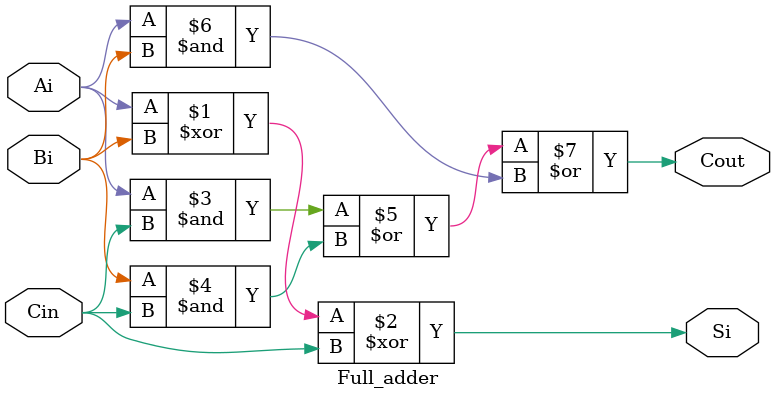
<source format=v>


// PROGRAM		"Quartus Prime"
// VERSION		"Version 18.0.0 Build 614 04/24/2018 SJ Lite Edition"
// CREATED		"Wed Mar 29 15:08:36 2023"

module Full_adder(
	Ai,
	Bi,
	Cin,
	Si,
	Cout
);

input wire	Ai;
input wire	Bi;
input wire	Cin;
output wire	Si;
output wire	Cout;

assign	Si = (Ai ^ Bi) ^ Cin;

assign	Cout = (Ai & Cin) | (Bi & Cin) | (Ai & Bi);

endmodule

</source>
